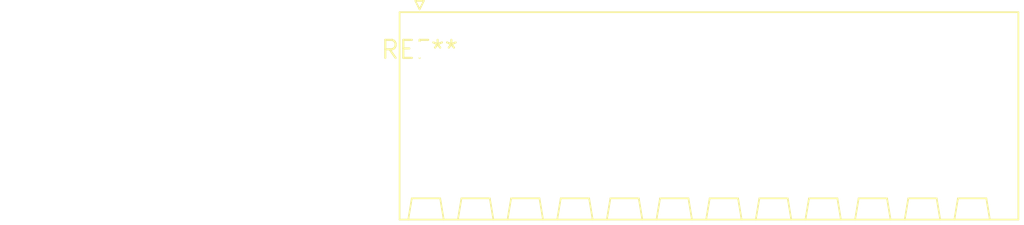
<source format=kicad_pcb>
(kicad_pcb (version 20240108) (generator pcbnew)
  (layers (0 "F.Cu" signal) (31 "B.Cu" signal) (34 "B.Paste" user) (35 "F.Paste" user) (36 "B.SilkS" user "B.Silkscreen") (37 "F.SilkS" user "F.Silkscreen") (38 "B.Mask" user) (39 "F.Mask" user) (44 "Edge.Cuts" user))
  (net 0 "")
  (footprint "PhoenixContact_SPT_1.5_12-H-3.5_1x12_P3.5mm_Horizontal" (layer "F.Cu") (at 0 0)
    (property "Reference" "REF**")
    (property "Value" "PhoenixContact_SPT_1.5_12-H-3.5_1x12_P3.5mm_Horizontal")
    (fp_line (start -1.41 -2.64) (end 42.21 -2.64) (layer "F.SilkS") (stroke (width 0.12)))
    (fp_line (start -1.41 11.98) (end -1.41 -2.64) (layer "F.SilkS") (stroke (width 0.12)))
    (fp_line (start -0.8 11.98) (end -0.55 10.48) (layer "F.SilkS") (stroke (width 0.12)))
    (fp_line (start -0.55 10.48) (end 1.45 10.48) (layer "F.SilkS") (stroke (width 0.12)))
    (fp_line (start -0.3 -3.44) (end 0 -2.84) (layer "F.SilkS") (stroke (width 0.12)))
    (fp_line (start -0.3 -3.44) (end 0.3 -3.44) (layer "F.SilkS") (stroke (width 0.12)))
    (fp_line (start 0.3 -3.44) (end 0 -2.84) (layer "F.SilkS") (stroke (width 0.12)))
    (fp_line (start 1.7 11.98) (end 1.45 10.48) (layer "F.SilkS") (stroke (width 0.12)))
    (fp_line (start 2.7 11.98) (end 2.95 10.48) (layer "F.SilkS") (stroke (width 0.12)))
    (fp_line (start 2.95 10.48) (end 4.95 10.48) (layer "F.SilkS") (stroke (width 0.12)))
    (fp_line (start 5.2 11.98) (end 4.95 10.48) (layer "F.SilkS") (stroke (width 0.12)))
    (fp_line (start 6.2 11.98) (end 6.45 10.48) (layer "F.SilkS") (stroke (width 0.12)))
    (fp_line (start 6.45 10.48) (end 8.45 10.48) (layer "F.SilkS") (stroke (width 0.12)))
    (fp_line (start 8.7 11.98) (end 8.45 10.48) (layer "F.SilkS") (stroke (width 0.12)))
    (fp_line (start 9.7 11.98) (end 9.95 10.48) (layer "F.SilkS") (stroke (width 0.12)))
    (fp_line (start 9.95 10.48) (end 11.95 10.48) (layer "F.SilkS") (stroke (width 0.12)))
    (fp_line (start 12.2 11.98) (end 11.95 10.48) (layer "F.SilkS") (stroke (width 0.12)))
    (fp_line (start 13.2 11.98) (end 13.45 10.48) (layer "F.SilkS") (stroke (width 0.12)))
    (fp_line (start 13.45 10.48) (end 15.45 10.48) (layer "F.SilkS") (stroke (width 0.12)))
    (fp_line (start 15.7 11.98) (end 15.45 10.48) (layer "F.SilkS") (stroke (width 0.12)))
    (fp_line (start 16.7 11.98) (end 16.95 10.48) (layer "F.SilkS") (stroke (width 0.12)))
    (fp_line (start 16.95 10.48) (end 18.95 10.48) (layer "F.SilkS") (stroke (width 0.12)))
    (fp_line (start 19.2 11.98) (end 18.95 10.48) (layer "F.SilkS") (stroke (width 0.12)))
    (fp_line (start 20.2 11.98) (end 20.45 10.48) (layer "F.SilkS") (stroke (width 0.12)))
    (fp_line (start 20.45 10.48) (end 22.45 10.48) (layer "F.SilkS") (stroke (width 0.12)))
    (fp_line (start 22.7 11.98) (end 22.45 10.48) (layer "F.SilkS") (stroke (width 0.12)))
    (fp_line (start 23.7 11.98) (end 23.95 10.48) (layer "F.SilkS") (stroke (width 0.12)))
    (fp_line (start 23.95 10.48) (end 25.95 10.48) (layer "F.SilkS") (stroke (width 0.12)))
    (fp_line (start 26.2 11.98) (end 25.95 10.48) (layer "F.SilkS") (stroke (width 0.12)))
    (fp_line (start 27.2 11.98) (end 27.45 10.48) (layer "F.SilkS") (stroke (width 0.12)))
    (fp_line (start 27.45 10.48) (end 29.45 10.48) (layer "F.SilkS") (stroke (width 0.12)))
    (fp_line (start 29.7 11.98) (end 29.45 10.48) (layer "F.SilkS") (stroke (width 0.12)))
    (fp_line (start 30.7 11.98) (end 30.95 10.48) (layer "F.SilkS") (stroke (width 0.12)))
    (fp_line (start 30.95 10.48) (end 32.95 10.48) (layer "F.SilkS") (stroke (width 0.12)))
    (fp_line (start 33.2 11.98) (end 32.95 10.48) (layer "F.SilkS") (stroke (width 0.12)))
    (fp_line (start 34.2 11.98) (end 34.45 10.48) (layer "F.SilkS") (stroke (width 0.12)))
    (fp_line (start 34.45 10.48) (end 36.45 10.48) (layer "F.SilkS") (stroke (width 0.12)))
    (fp_line (start 36.7 11.98) (end 36.45 10.48) (layer "F.SilkS") (stroke (width 0.12)))
    (fp_line (start 37.7 11.98) (end 37.95 10.48) (layer "F.SilkS") (stroke (width 0.12)))
    (fp_line (start 37.95 10.48) (end 39.95 10.48) (layer "F.SilkS") (stroke (width 0.12)))
    (fp_line (start 40.2 11.98) (end 39.95 10.48) (layer "F.SilkS") (stroke (width 0.12)))
    (fp_line (start 42.21 -2.64) (end 42.21 11.98) (layer "F.SilkS") (stroke (width 0.12)))
    (fp_line (start 42.21 11.98) (end -1.41 11.98) (layer "F.SilkS") (stroke (width 0.12)))
    (pad "1" thru_hole roundrect (at 0 0) (size 1.8 3.3) (drill 1.1) (layers *.Cu *.Mask) (remove_unused_layers) (roundrect_rratio 0.138889))
    (pad "1" thru_hole roundrect (at 0 8.2) (size 1.8 3.3) (drill 1.1) (layers *.Cu *.Mask) (remove_unused_layers) (roundrect_rratio 0.138889))
    (pad "2" thru_hole oval (at 3.5 0) (size 1.8 3.3) (drill 1.1) (layers *.Cu *.Mask) (remove_unused_layers))
    (pad "2" thru_hole oval (at 3.5 8.2) (size 1.8 3.3) (drill 1.1) (layers *.Cu *.Mask) (remove_unused_layers))
    (pad "3" thru_hole oval (at 7 0) (size 1.8 3.3) (drill 1.1) (layers *.Cu *.Mask) (remove_unused_layers))
    (pad "3" thru_hole oval (at 7 8.2) (size 1.8 3.3) (drill 1.1) (layers *.Cu *.Mask) (remove_unused_layers))
    (pad "4" thru_hole oval (at 10.5 0) (size 1.8 3.3) (drill 1.1) (layers *.Cu *.Mask) (remove_unused_layers))
    (pad "4" thru_hole oval (at 10.5 8.2) (size 1.8 3.3) (drill 1.1) (layers *.Cu *.Mask) (remove_unused_layers))
    (pad "5" thru_hole oval (at 14 0) (size 1.8 3.3) (drill 1.1) (layers *.Cu *.Mask) (remove_unused_layers))
    (pad "5" thru_hole oval (at 14 8.2) (size 1.8 3.3) (drill 1.1) (layers *.Cu *.Mask) (remove_unused_layers))
    (pad "6" thru_hole oval (at 17.5 0) (size 1.8 3.3) (drill 1.1) (layers *.Cu *.Mask) (remove_unused_layers))
    (pad "6" thru_hole oval (at 17.5 8.2) (size 1.8 3.3) (drill 1.1) (layers *.Cu *.Mask) (remove_unused_layers))
    (pad "7" thru_hole oval (at 21 0) (size 1.8 3.3) (drill 1.1) (layers *.Cu *.Mask) (remove_unused_layers))
    (pad "7" thru_hole oval (at 21 8.2) (size 1.8 3.3) (drill 1.1) (layers *.Cu *.Mask) (remove_unused_layers))
    (pad "8" thru_hole oval (at 24.5 0) (size 1.8 3.3) (drill 1.1) (layers *.Cu *.Mask) (remove_unused_layers))
    (pad "8" thru_hole oval (at 24.5 8.2) (size 1.8 3.3) (drill 1.1) (layers *.Cu *.Mask) (remove_unused_layers))
    (pad "9" thru_hole oval (at 28 0) (size 1.8 3.3) (drill 1.1) (layers *.Cu *.Mask) (remove_unused_layers))
    (pad "9" thru_hole oval (at 28 8.2) (size 1.8 3.3) (drill 1.1) (layers *.Cu *.Mask) (remove_unused_layers))
    (pad "10" thru_hole oval (at 31.5 0) (size 1.8 3.3) (drill 1.1) (layers *.Cu *.Mask) (remove_unused_layers))
    (pad "10" thru_hole oval (at 31.5 8.2) (size 1.8 3.3) (drill 1.1) (layers *.Cu *.Mask) (remove_unused_layers))
    (pad "11" thru_hole oval (at 35 0) (size 1.8 3.3) (drill 1.1) (layers *.Cu *.Mask) (remove_unused_layers))
    (pad "11" thru_hole oval (at 35 8.2) (size 1.8 3.3) (drill 1.1) (layers *.Cu *.Mask) (remove_unused_layers))
    (pad "12" thru_hole oval (at 38.5 0) (size 1.8 3.3) (drill 1.1) (layers *.Cu *.Mask) (remove_unused_layers))
    (pad "12" thru_hole oval (at 38.5 8.2) (size 1.8 3.3) (drill 1.1) (layers *.Cu *.Mask) (remove_unused_layers))
  )
)
</source>
